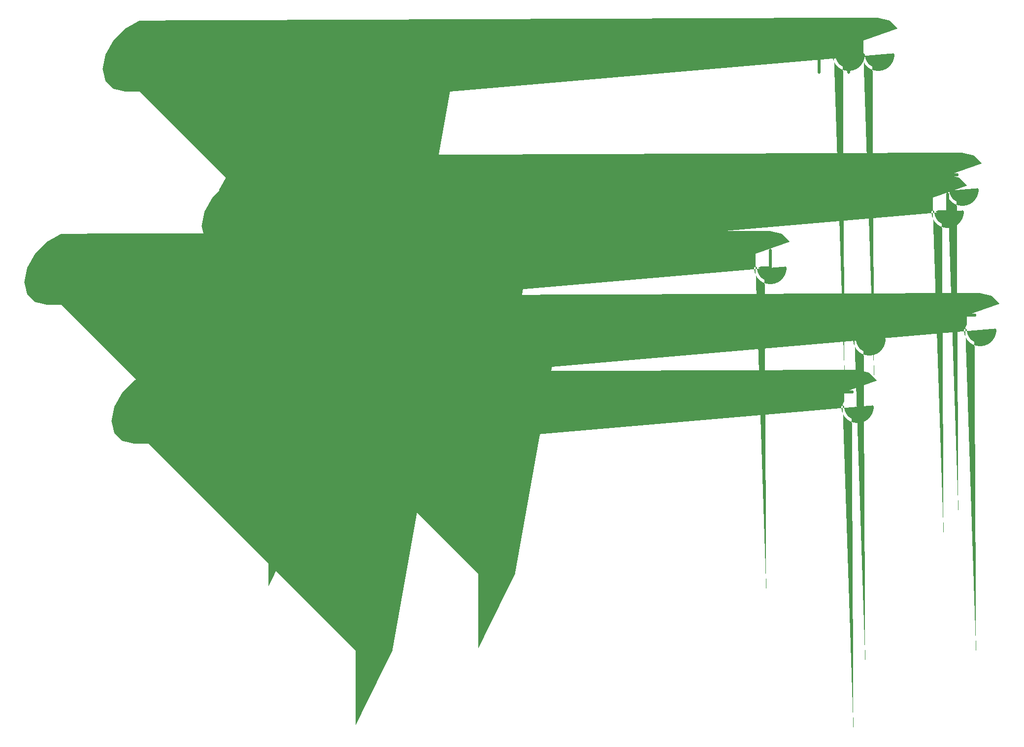
<source format=gtp>
%TF.GenerationSoftware,KiCad,Pcbnew,(6.0.5-22-g43b8adad1a)*%
%TF.CreationDate,2022-05-30T21:51:07-07:00*%
%TF.ProjectId,shadystake,73686164-7973-4746-916b-652e6b696361,rev?*%
%TF.SameCoordinates,Original*%
%TF.FileFunction,Paste,Top*%
%TF.FilePolarity,Positive*%
%FSLAX46Y46*%
G04 Gerber Fmt 4.6, Leading zero omitted, Abs format (unit mm)*
G04 Created by KiCad (PCBNEW (6.0.5-22-g43b8adad1a)) date 2022-05-30 21:51:07*
%MOMM*%
%LPD*%
G01*
G04 APERTURE LIST*
G04 Aperture macros list*
%AMFreePoly0*
4,1,70,5.175671,0.230970,5.256777,0.176777,5.310970,0.095671,5.330000,0.000000,5.311135,-0.323899,5.254795,-0.643418,5.161742,-0.954236,5.033235,-1.252150,4.871011,-1.533130,4.677264,-1.793377,4.454614,-2.029372,4.206072,-2.237924,3.935000,-2.416211,3.645063,-2.561823,3.340181,-2.672791,3.024478,-2.747614,2.702224,-2.785280,2.377776,-2.785280,2.055522,-2.747614,1.739819,-2.672791,
1.434937,-2.561823,1.145000,-2.416211,0.873928,-2.237924,0.625386,-2.029372,0.402736,-1.793377,0.208989,-1.533130,0.046765,-1.252150,-0.081742,-0.954236,-0.174795,-0.643418,-0.231135,-0.323899,-0.250000,0.000000,-0.230970,0.095671,-0.176777,0.176777,-0.095671,0.230970,0.000000,0.250000,0.095671,0.230970,0.176777,0.176777,0.230970,0.095671,0.250000,0.000000,0.246560,-0.017294,
0.263565,-0.287581,0.317559,-0.570626,0.406602,-0.844672,0.529290,-1.105397,0.683688,-1.348690,0.867361,-1.570713,1.077413,-1.767964,1.310530,-1.937334,1.563037,-2.076151,1.830952,-2.182226,2.110048,-2.253886,2.395925,-2.290000,2.684075,-2.290000,2.969952,-2.253886,3.249048,-2.182226,3.516963,-2.076151,3.769470,-1.937334,4.002587,-1.767964,4.212639,-1.570713,4.396312,-1.348690,
4.550710,-1.105397,4.673398,-0.844672,4.762441,-0.570626,4.816435,-0.287581,4.818799,-0.250000,3.429000,-0.250000,2.921000,0.000000,3.429000,0.250000,5.080000,0.250000,5.175671,0.230970,5.175671,0.230970,$1*%
%AMFreePoly1*
4,1,24,0.095671,0.230970,0.176777,0.176777,0.230970,0.095671,0.250000,0.000000,0.250000,-4.699000,0.230970,-4.794671,0.176777,-4.875777,0.095671,-4.929970,0.000000,-4.949000,-0.095671,-4.929970,-0.176777,-4.875777,-0.230970,-4.794671,-0.250000,-4.699000,-0.250000,-3.298000,-1.651000,-3.298000,-2.159000,-3.048000,-1.651000,-2.798000,-0.250000,-2.798000,-0.250000,0.000000,-0.230970,0.095671,
-0.176777,0.176777,-0.095671,0.230970,0.000000,0.250000,0.095671,0.230970,0.095671,0.230970,$1*%
G04 Aperture macros list end*
%ADD10FreePoly0,90.000000*%
%ADD11FreePoly1,90.000000*%
%ADD12FreePoly0,180.000000*%
%ADD13FreePoly1,180.000000*%
%ADD14FreePoly0,0.000000*%
%ADD15FreePoly1,0.000000*%
G04 APERTURE END LIST*
D10*
X90170000Y-108966000D03*
D11*
X87122000Y-106426000D03*
D12*
X70612000Y-85725000D03*
D13*
X68072000Y-88773000D03*
D10*
X93218000Y-133096000D03*
D11*
X90170000Y-130556000D03*
D14*
X87630000Y-112776000D03*
D15*
X90170000Y-109728000D03*
D12*
X75692000Y-85725000D03*
D13*
X73152000Y-88773000D03*
D14*
X74168000Y-134681500D03*
D15*
X76708000Y-131633500D03*
D10*
X72136000Y-146304000D03*
D11*
X69088000Y-143764000D03*
D14*
X57150000Y-122428000D03*
D15*
X59690000Y-119380000D03*
M02*

</source>
